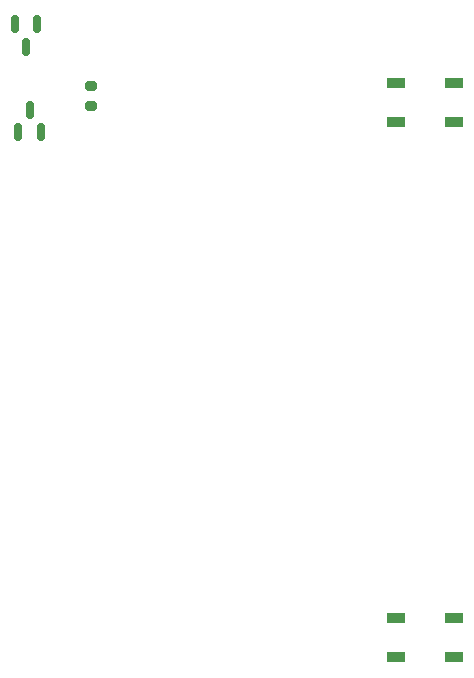
<source format=gbr>
%TF.GenerationSoftware,KiCad,Pcbnew,8.0.7*%
%TF.CreationDate,2025-02-05T21:47:47-05:00*%
%TF.ProjectId,SHERPENT20250113,53484552-5045-44e5-9432-303235303131,rev?*%
%TF.SameCoordinates,Original*%
%TF.FileFunction,Paste,Bot*%
%TF.FilePolarity,Positive*%
%FSLAX46Y46*%
G04 Gerber Fmt 4.6, Leading zero omitted, Abs format (unit mm)*
G04 Created by KiCad (PCBNEW 8.0.7) date 2025-02-05 21:47:47*
%MOMM*%
%LPD*%
G01*
G04 APERTURE LIST*
G04 Aperture macros list*
%AMRoundRect*
0 Rectangle with rounded corners*
0 $1 Rounding radius*
0 $2 $3 $4 $5 $6 $7 $8 $9 X,Y pos of 4 corners*
0 Add a 4 corners polygon primitive as box body*
4,1,4,$2,$3,$4,$5,$6,$7,$8,$9,$2,$3,0*
0 Add four circle primitives for the rounded corners*
1,1,$1+$1,$2,$3*
1,1,$1+$1,$4,$5*
1,1,$1+$1,$6,$7*
1,1,$1+$1,$8,$9*
0 Add four rect primitives between the rounded corners*
20,1,$1+$1,$2,$3,$4,$5,0*
20,1,$1+$1,$4,$5,$6,$7,0*
20,1,$1+$1,$6,$7,$8,$9,0*
20,1,$1+$1,$8,$9,$2,$3,0*%
G04 Aperture macros list end*
%ADD10RoundRect,0.150000X0.150000X-0.587500X0.150000X0.587500X-0.150000X0.587500X-0.150000X-0.587500X0*%
%ADD11RoundRect,0.200000X-0.275000X0.200000X-0.275000X-0.200000X0.275000X-0.200000X0.275000X0.200000X0*%
%ADD12RoundRect,0.090000X0.660000X0.360000X-0.660000X0.360000X-0.660000X-0.360000X0.660000X-0.360000X0*%
%ADD13RoundRect,0.150000X-0.150000X0.587500X-0.150000X-0.587500X0.150000X-0.587500X0.150000X0.587500X0*%
%ADD14RoundRect,0.090000X-0.660000X-0.360000X0.660000X-0.360000X0.660000X0.360000X-0.660000X0.360000X0*%
G04 APERTURE END LIST*
D10*
%TO.C,D27*%
X170250000Y-80837500D03*
X168350000Y-80837500D03*
X169300000Y-78962500D03*
%TD*%
D11*
%TO.C,R25*%
X174500000Y-77000000D03*
X174500000Y-78650000D03*
%TD*%
D12*
%TO.C,D19*%
X205242400Y-121975000D03*
X205242400Y-125275000D03*
X200342400Y-125275000D03*
X200342400Y-121975000D03*
%TD*%
D13*
%TO.C,D26*%
X168050000Y-71762500D03*
X169950000Y-71762500D03*
X169000000Y-73637500D03*
%TD*%
D14*
%TO.C,D7*%
X200342400Y-79998200D03*
X200342400Y-76698200D03*
X205242400Y-76698200D03*
X205242400Y-79998200D03*
%TD*%
M02*

</source>
